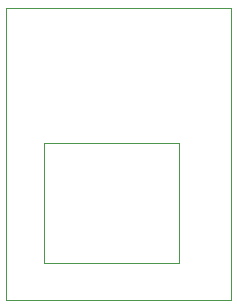
<source format=gbr>
G04 #@! TF.GenerationSoftware,KiCad,Pcbnew,5.1.4+dfsg1-1~bpo10+1*
G04 #@! TF.CreationDate,2020-08-02T09:01:36+02:00*
G04 #@! TF.ProjectId,stlink3-flash,73746c69-6e6b-4332-9d66-6c6173682e6b,rev?*
G04 #@! TF.SameCoordinates,Original*
G04 #@! TF.FileFunction,Profile,NP*
%FSLAX46Y46*%
G04 Gerber Fmt 4.6, Leading zero omitted, Abs format (unit mm)*
G04 Created by KiCad (PCBNEW 5.1.4+dfsg1-1~bpo10+1) date 2020-08-02 09:01:36*
%MOMM*%
%LPD*%
G04 APERTURE LIST*
%ADD10C,0.100000*%
G04 APERTURE END LIST*
D10*
X84455000Y-64135000D02*
X84455000Y-53975000D01*
X95885000Y-64135000D02*
X84455000Y-64135000D01*
X95885000Y-53975000D02*
X95885000Y-64135000D01*
X84455000Y-53975000D02*
X95885000Y-53975000D01*
X81280000Y-67310000D02*
X81280000Y-42545000D01*
X100330000Y-67310000D02*
X81280000Y-67310000D01*
X100330000Y-42545000D02*
X100330000Y-67310000D01*
X81280000Y-42545000D02*
X100330000Y-42545000D01*
M02*

</source>
